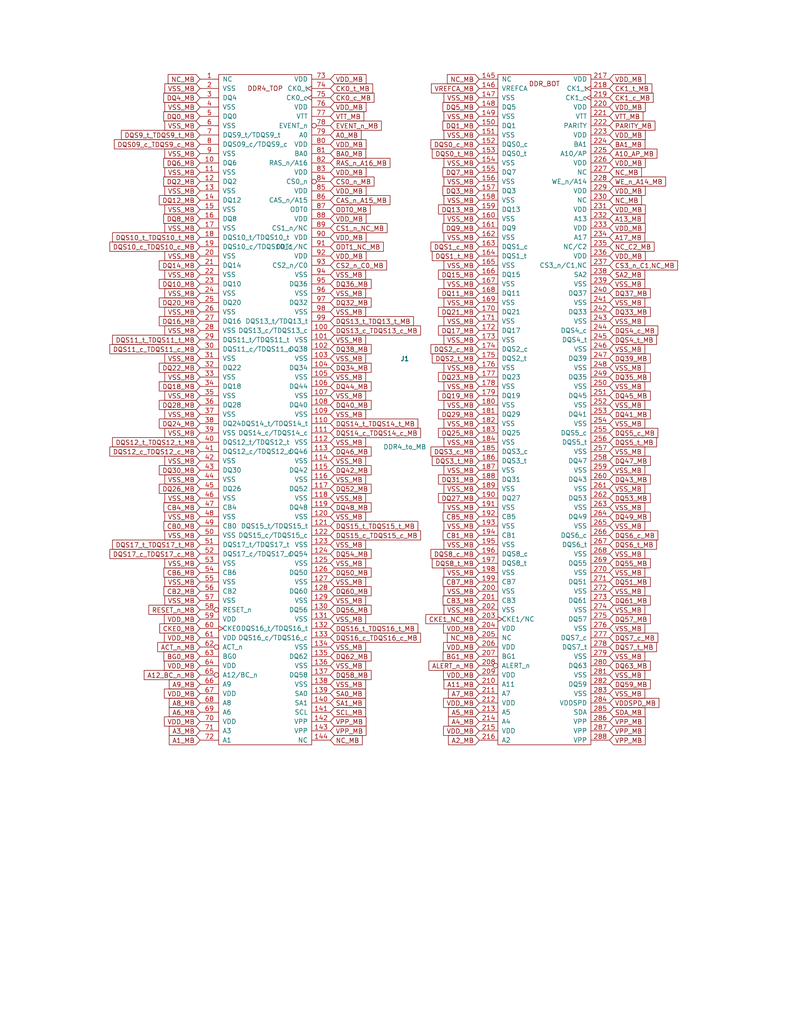
<source format=kicad_sch>
(kicad_sch (version 20230121) (generator eeschema)
  (paper "USLetter" portrait)
  (title_block (title "The 228 DDR signals of the connector on the Mother Board") (date "2019-11-01") (rev "1") (comment 1 "Autogenerated. See misc/check-ddr4.py"))
  (global_label "A10_AP_MB" (shape input) (at 166.37 41.91 0) (property "Intersheetrefs" "${INTERSHEET_REFS}" (effects hide)))
  (global_label "A8_MB" (shape input) (at 54.61 191.77 180) (property "Intersheetrefs" "${INTERSHEET_REFS}" (effects hide)))
  (global_label "DQS16_t_TDQS16_t_MB" (shape input) (at 90.17 171.45 0) (property "Intersheetrefs" "${INTERSHEET_REFS}" (effects hide)))
  (global_label "VPP_MB" (shape input) (at 90.17 196.85 0) (property "Intersheetrefs" "${INTERSHEET_REFS}" (effects hide)))
  (global_label "VSS_MB" (shape input) (at 130.81 92.71 180) (property "Intersheetrefs" "${INTERSHEET_REFS}" (effects hide)))
  (global_label "VSS_MB" (shape input) (at 166.37 100.33 0) (property "Intersheetrefs" "${INTERSHEET_REFS}" (effects hide)))
  (global_label "VSS_MB" (shape input) (at 90.17 176.53 0) (property "Intersheetrefs" "${INTERSHEET_REFS}" (effects hide)))
  (global_label "DQ10_MB" (shape input) (at 54.61 77.47 180) (property "Intersheetrefs" "${INTERSHEET_REFS}" (effects hide)))
  (global_label "VDD_MB" (shape input) (at 90.17 46.99 0) (property "Intersheetrefs" "${INTERSHEET_REFS}" (effects hide)))
  (global_label "CB6_MB" (shape input) (at 54.61 156.21 180) (property "Intersheetrefs" "${INTERSHEET_REFS}" (effects hide)))
  (global_label "VDD_MB" (shape input) (at 130.81 171.45 180) (property "Intersheetrefs" "${INTERSHEET_REFS}" (effects hide)))
  (global_label "VSS_MB" (shape input) (at 166.37 105.41 0) (property "Intersheetrefs" "${INTERSHEET_REFS}" (effects hide)))
  (global_label "DQS17_c_TDQS17_c_MB" (shape input) (at 54.61 151.13 180) (property "Intersheetrefs" "${INTERSHEET_REFS}" (effects hide)))
  (global_label "A2_MB" (shape input) (at 130.81 201.93 180) (property "Intersheetrefs" "${INTERSHEET_REFS}" (effects hide)))
  (global_label "VTT_MB" (shape input) (at 90.17 31.75 0) (property "Intersheetrefs" "${INTERSHEET_REFS}" (effects hide)))
  (global_label "DQS12_t_TDQS12_t_MB" (shape input) (at 54.61 120.65 180) (property "Intersheetrefs" "${INTERSHEET_REFS}" (effects hide)))
  (global_label "DQS13_c_TDQS13_c_MB" (shape input) (at 90.17 90.17 0) (property "Intersheetrefs" "${INTERSHEET_REFS}" (effects hide)))
  (global_label "A7_MB" (shape input) (at 130.81 189.23 180) (property "Intersheetrefs" "${INTERSHEET_REFS}" (effects hide)))
  (global_label "CK0_t_MB" (shape input) (at 90.17 24.13 0) (property "Intersheetrefs" "${INTERSHEET_REFS}" (effects hide)))
  (global_label "VSS_MB" (shape input) (at 54.61 74.93 180) (property "Intersheetrefs" "${INTERSHEET_REFS}" (effects hide)))
  (global_label "VSS_MB" (shape input) (at 166.37 151.13 0) (property "Intersheetrefs" "${INTERSHEET_REFS}" (effects hide)))
  (global_label "DQS09_c_TDQS9_c_MB" (shape input) (at 54.61 39.37 180) (property "Intersheetrefs" "${INTERSHEET_REFS}" (effects hide)))
  (global_label "CB3_MB" (shape input) (at 130.81 163.83 180) (property "Intersheetrefs" "${INTERSHEET_REFS}" (effects hide)))
  (global_label "VSS_MB" (shape input) (at 130.81 31.75 180) (property "Intersheetrefs" "${INTERSHEET_REFS}" (effects hide)))
  (global_label "NC_MB" (shape input) (at 166.37 46.99 0) (property "Intersheetrefs" "${INTERSHEET_REFS}" (effects hide)))
  (global_label "VSS_MB" (shape input) (at 130.81 105.41 180) (property "Intersheetrefs" "${INTERSHEET_REFS}" (effects hide)))
  (global_label "VSS_MB" (shape input) (at 130.81 143.51 180) (property "Intersheetrefs" "${INTERSHEET_REFS}" (effects hide)))
  (global_label "VSS_MB" (shape input) (at 90.17 135.89 0) (property "Intersheetrefs" "${INTERSHEET_REFS}" (effects hide)))
  (global_label "DQ29_MB" (shape input) (at 130.81 113.03 180) (property "Intersheetrefs" "${INTERSHEET_REFS}" (effects hide)))
  (global_label "VDD_MB" (shape input) (at 90.17 59.69 0) (property "Intersheetrefs" "${INTERSHEET_REFS}" (effects hide)))
  (global_label "A11_MB" (shape input) (at 130.81 186.69 180) (property "Intersheetrefs" "${INTERSHEET_REFS}" (effects hide)))
  (global_label "DQ0_MB" (shape input) (at 54.61 31.75 180) (property "Intersheetrefs" "${INTERSHEET_REFS}" (effects hide)))
  (global_label "DQ15_MB" (shape input) (at 130.81 74.93 180) (property "Intersheetrefs" "${INTERSHEET_REFS}" (effects hide)))
  (global_label "VDD_MB" (shape input) (at 90.17 21.59 0) (property "Intersheetrefs" "${INTERSHEET_REFS}" (effects hide)))
  (global_label "A17_MB" (shape input) (at 166.37 64.77 0) (property "Intersheetrefs" "${INTERSHEET_REFS}" (effects hide)))
  (global_label "VDD_MB" (shape input) (at 166.37 29.21 0) (property "Intersheetrefs" "${INTERSHEET_REFS}" (effects hide)))
  (global_label "DQ57_MB" (shape input) (at 166.37 168.91 0) (property "Intersheetrefs" "${INTERSHEET_REFS}" (effects hide)))
  (global_label "VSS_MB" (shape input) (at 130.81 133.35 180) (property "Intersheetrefs" "${INTERSHEET_REFS}" (effects hide)))
  (global_label "DQS15_c_TDQS15_c_MB" (shape input) (at 90.17 146.05 0) (property "Intersheetrefs" "${INTERSHEET_REFS}" (effects hide)))
  (global_label "CKE1_NC_MB" (shape input) (at 130.81 168.91 180) (property "Intersheetrefs" "${INTERSHEET_REFS}" (effects hide)))
  (global_label "VPP_MB" (shape input) (at 166.37 199.39 0) (property "Intersheetrefs" "${INTERSHEET_REFS}" (effects hide)))
  (global_label "VREFCA_MB" (shape input) (at 130.81 24.13 180) (property "Intersheetrefs" "${INTERSHEET_REFS}" (effects hide)))
  (global_label "DQS2_t_MB" (shape input) (at 130.81 97.79 180) (property "Intersheetrefs" "${INTERSHEET_REFS}" (effects hide)))
  (global_label "VDD_MB" (shape input) (at 54.61 189.23 180) (property "Intersheetrefs" "${INTERSHEET_REFS}" (effects hide)))
  (global_label "DQ21_MB" (shape input) (at 130.81 85.09 180) (property "Intersheetrefs" "${INTERSHEET_REFS}" (effects hide)))
  (global_label "VSS_MB" (shape input) (at 166.37 166.37 0) (property "Intersheetrefs" "${INTERSHEET_REFS}" (effects hide)))
  (global_label "VSS_MB" (shape input) (at 90.17 120.65 0) (property "Intersheetrefs" "${INTERSHEET_REFS}" (effects hide)))
  (global_label "SDA_MB" (shape input) (at 166.37 194.31 0) (property "Intersheetrefs" "${INTERSHEET_REFS}" (effects hide)))
  (global_label "VSS_MB" (shape input) (at 90.17 80.01 0) (property "Intersheetrefs" "${INTERSHEET_REFS}" (effects hide)))
  (global_label "DQ19_MB" (shape input) (at 130.81 107.95 180) (property "Intersheetrefs" "${INTERSHEET_REFS}" (effects hide)))
  (global_label "VSS_MB" (shape input) (at 54.61 118.11 180) (property "Intersheetrefs" "${INTERSHEET_REFS}" (effects hide)))
  (global_label "DQS6_c_MB" (shape input) (at 166.37 146.05 0) (property "Intersheetrefs" "${INTERSHEET_REFS}" (effects hide)))
  (global_label "VSS_MB" (shape input) (at 166.37 184.15 0) (property "Intersheetrefs" "${INTERSHEET_REFS}" (effects hide)))
  (global_label "VSS_MB" (shape input) (at 166.37 77.47 0) (property "Intersheetrefs" "${INTERSHEET_REFS}" (effects hide)))
  (global_label "VSS_MB" (shape input) (at 54.61 113.03 180) (property "Intersheetrefs" "${INTERSHEET_REFS}" (effects hide)))
  (global_label "DQ27_MB" (shape input) (at 130.81 135.89 180) (property "Intersheetrefs" "${INTERSHEET_REFS}" (effects hide)))
  (global_label "DQS14_c_TDQS14_c_MB" (shape input) (at 90.17 118.11 0) (property "Intersheetrefs" "${INTERSHEET_REFS}" (effects hide)))
  (global_label "VSS_MB" (shape input) (at 130.81 82.55 180) (property "Intersheetrefs" "${INTERSHEET_REFS}" (effects hide)))
  (global_label "VSS_MB" (shape input) (at 130.81 166.37 180) (property "Intersheetrefs" "${INTERSHEET_REFS}" (effects hide)))
  (global_label "DQS9_t_TDQS9_t_MB" (shape input) (at 54.61 36.83 180) (property "Intersheetrefs" "${INTERSHEET_REFS}" (effects hide)))
  (global_label "RESET_n_MB" (shape input) (at 54.61 166.37 180) (property "Intersheetrefs" "${INTERSHEET_REFS}" (effects hide)))
  (global_label "VDD_MB" (shape input) (at 90.17 64.77 0) (property "Intersheetrefs" "${INTERSHEET_REFS}" (effects hide)))
  (global_label "DQ16_MB" (shape input) (at 54.61 87.63 180) (property "Intersheetrefs" "${INTERSHEET_REFS}" (effects hide)))
  (global_label "ODT1_NC_MB" (shape input) (at 90.17 67.31 0) (property "Intersheetrefs" "${INTERSHEET_REFS}" (effects hide)))
  (global_label "VSS_MB" (shape input) (at 130.81 59.69 180) (property "Intersheetrefs" "${INTERSHEET_REFS}" (effects hide)))
  (global_label "DQ12_MB" (shape input) (at 54.61 54.61 180) (property "Intersheetrefs" "${INTERSHEET_REFS}" (effects hide)))
  (global_label "DQ22_MB" (shape input) (at 54.61 100.33 180) (property "Intersheetrefs" "${INTERSHEET_REFS}" (effects hide)))
  (global_label "DQ14_MB" (shape input) (at 54.61 72.39 180) (property "Intersheetrefs" "${INTERSHEET_REFS}" (effects hide)))
  (global_label "DQ61_MB" (shape input) (at 166.37 163.83 0) (property "Intersheetrefs" "${INTERSHEET_REFS}" (effects hide)))
  (global_label "VSS_MB" (shape input) (at 90.17 148.59 0) (property "Intersheetrefs" "${INTERSHEET_REFS}" (effects hide)))
  (global_label "VSS_MB" (shape input) (at 54.61 107.95 180) (property "Intersheetrefs" "${INTERSHEET_REFS}" (effects hide)))
  (global_label "VSS_MB" (shape input) (at 54.61 41.91 180) (property "Intersheetrefs" "${INTERSHEET_REFS}" (effects hide)))
  (global_label "VDD_MB" (shape input) (at 130.81 199.39 180) (property "Intersheetrefs" "${INTERSHEET_REFS}" (effects hide)))
  (global_label "VSS_MB" (shape input) (at 90.17 85.09 0) (property "Intersheetrefs" "${INTERSHEET_REFS}" (effects hide)))
  (global_label "VPP_MB" (shape input) (at 166.37 201.93 0) (property "Intersheetrefs" "${INTERSHEET_REFS}" (effects hide)))
  (global_label "VDD_MB" (shape input) (at 54.61 173.99 180) (property "Intersheetrefs" "${INTERSHEET_REFS}" (effects hide)))
  (global_label "VDD_MB" (shape input) (at 166.37 44.45 0) (property "Intersheetrefs" "${INTERSHEET_REFS}" (effects hide)))
  (global_label "DQ28_MB" (shape input) (at 54.61 110.49 180) (property "Intersheetrefs" "${INTERSHEET_REFS}" (effects hide)))
  (global_label "VSS_MB" (shape input) (at 90.17 153.67 0) (property "Intersheetrefs" "${INTERSHEET_REFS}" (effects hide)))
  (global_label "CAS_n_A15_MB" (shape input) (at 90.17 54.61 0) (property "Intersheetrefs" "${INTERSHEET_REFS}" (effects hide)))
  (global_label "VSS_MB" (shape input) (at 166.37 133.35 0) (property "Intersheetrefs" "${INTERSHEET_REFS}" (effects hide)))
  (global_label "VSS_MB" (shape input) (at 54.61 140.97 180) (property "Intersheetrefs" "${INTERSHEET_REFS}" (effects hide)))
  (global_label "VDD_MB" (shape input) (at 166.37 52.07 0) (property "Intersheetrefs" "${INTERSHEET_REFS}" (effects hide)))
  (global_label "DQS2_c_MB" (shape input) (at 130.81 95.25 180) (property "Intersheetrefs" "${INTERSHEET_REFS}" (effects hide)))
  (global_label "DQS17_t_TDQS17_t_MB" (shape input) (at 54.61 148.59 180) (property "Intersheetrefs" "${INTERSHEET_REFS}" (effects hide)))
  (global_label "A1_MB" (shape input) (at 54.61 201.93 180) (property "Intersheetrefs" "${INTERSHEET_REFS}" (effects hide)))
  (global_label "VSS_MB" (shape input) (at 166.37 171.45 0) (property "Intersheetrefs" "${INTERSHEET_REFS}" (effects hide)))
  (global_label "VSS_MB" (shape input) (at 90.17 107.95 0) (property "Intersheetrefs" "${INTERSHEET_REFS}" (effects hide)))
  (global_label "VSS_MB" (shape input) (at 166.37 161.29 0) (property "Intersheetrefs" "${INTERSHEET_REFS}" (effects hide)))
  (global_label "NC_MB" (shape input) (at 130.81 21.59 180) (property "Intersheetrefs" "${INTERSHEET_REFS}" (effects hide)))
  (global_label "DQ24_MB" (shape input) (at 54.61 115.57 180) (property "Intersheetrefs" "${INTERSHEET_REFS}" (effects hide)))
  (global_label "VSS_MB" (shape input) (at 90.17 130.81 0) (property "Intersheetrefs" "${INTERSHEET_REFS}" (effects hide)))
  (global_label "VSS_MB" (shape input) (at 166.37 123.19 0) (property "Intersheetrefs" "${INTERSHEET_REFS}" (effects hide)))
  (global_label "VSS_MB" (shape input) (at 130.81 87.63 180) (property "Intersheetrefs" "${INTERSHEET_REFS}" (effects hide)))
  (global_label "VSS_MB" (shape input) (at 54.61 97.79 180) (property "Intersheetrefs" "${INTERSHEET_REFS}" (effects hide)))
  (global_label "VSS_MB" (shape input) (at 166.37 143.51 0) (property "Intersheetrefs" "${INTERSHEET_REFS}" (effects hide)))
  (global_label "VSS_MB" (shape input) (at 54.61 153.67 180) (property "Intersheetrefs" "${INTERSHEET_REFS}" (effects hide)))
  (global_label "DQS8_c_MB" (shape input) (at 130.81 151.13 180) (property "Intersheetrefs" "${INTERSHEET_REFS}" (effects hide)))
  (global_label "DQ54_MB" (shape input) (at 90.17 151.13 0) (property "Intersheetrefs" "${INTERSHEET_REFS}" (effects hide)))
  (global_label "DQ47_MB" (shape input) (at 166.37 125.73 0) (property "Intersheetrefs" "${INTERSHEET_REFS}" (effects hide)))
  (global_label "VDD_MB" (shape input) (at 54.61 196.85 180) (property "Intersheetrefs" "${INTERSHEET_REFS}" (effects hide)))
  (global_label "VSS_MB" (shape input) (at 90.17 92.71 0) (property "Intersheetrefs" "${INTERSHEET_REFS}" (effects hide)))
  (global_label "VSS_MB" (shape input) (at 90.17 125.73 0) (property "Intersheetrefs" "${INTERSHEET_REFS}" (effects hide)))
  (global_label "DQ32_MB" (shape input) (at 90.17 82.55 0) (property "Intersheetrefs" "${INTERSHEET_REFS}" (effects hide)))
  (global_label "A13_MB" (shape input) (at 166.37 59.69 0) (property "Intersheetrefs" "${INTERSHEET_REFS}" (effects hide)))
  (global_label "VSS_MB" (shape input) (at 54.61 34.29 180) (property "Intersheetrefs" "${INTERSHEET_REFS}" (effects hide)))
  (global_label "DQ31_MB" (shape input) (at 130.81 130.81 180) (property "Intersheetrefs" "${INTERSHEET_REFS}" (effects hide)))
  (global_label "VSS_MB" (shape input) (at 130.81 26.67 180) (property "Intersheetrefs" "${INTERSHEET_REFS}" (effects hide)))
  (global_label "VSS_MB" (shape input) (at 166.37 189.23 0) (property "Intersheetrefs" "${INTERSHEET_REFS}" (effects hide)))
  (global_label "NC_MB" (shape input) (at 130.81 173.99 180) (property "Intersheetrefs" "${INTERSHEET_REFS}" (effects hide)))
  (global_label "DQS3_c_MB" (shape input) (at 130.81 123.19 180) (property "Intersheetrefs" "${INTERSHEET_REFS}" (effects hide)))
  (global_label "DQ45_MB" (shape input) (at 166.37 107.95 0) (property "Intersheetrefs" "${INTERSHEET_REFS}" (effects hide)))
  (global_label "DQS4_t_MB" (shape input) (at 166.37 92.71 0) (property "Intersheetrefs" "${INTERSHEET_REFS}" (effects hide)))
  (global_label "DQ46_MB" (shape input) (at 90.17 123.19 0) (property "Intersheetrefs" "${INTERSHEET_REFS}" (effects hide)))
  (global_label "VSS_MB" (shape input) (at 54.61 57.15 180) (property "Intersheetrefs" "${INTERSHEET_REFS}" (effects hide)))
  (global_label "PARITY_MB" (shape input) (at 166.37 34.29 0) (property "Intersheetrefs" "${INTERSHEET_REFS}" (effects hide)))
  (global_label "DQ48_MB" (shape input) (at 90.17 138.43 0) (property "Intersheetrefs" "${INTERSHEET_REFS}" (effects hide)))
  (global_label "DQ2_MB" (shape input) (at 54.61 49.53 180) (property "Intersheetrefs" "${INTERSHEET_REFS}" (effects hide)))
  (global_label "DQ41_MB" (shape input) (at 166.37 113.03 0) (property "Intersheetrefs" "${INTERSHEET_REFS}" (effects hide)))
  (global_label "VDD_MB" (shape input) (at 54.61 181.61 180) (property "Intersheetrefs" "${INTERSHEET_REFS}" (effects hide)))
  (global_label "DQ50_MB" (shape input) (at 90.17 156.21 0) (property "Intersheetrefs" "${INTERSHEET_REFS}" (effects hide)))
  (global_label "BG1_MB" (shape input) (at 130.81 179.07 180) (property "Intersheetrefs" "${INTERSHEET_REFS}" (effects hide)))
  (global_label "VSS_MB" (shape input) (at 90.17 113.03 0) (property "Intersheetrefs" "${INTERSHEET_REFS}" (effects hide)))
  (global_label "CB2_MB" (shape input) (at 54.61 161.29 180) (property "Intersheetrefs" "${INTERSHEET_REFS}" (effects hide)))
  (global_label "A5_MB" (shape input) (at 130.81 194.31 180) (property "Intersheetrefs" "${INTERSHEET_REFS}" (effects hide)))
  (global_label "DQ13_MB" (shape input) (at 130.81 57.15 180) (property "Intersheetrefs" "${INTERSHEET_REFS}" (effects hide)))
  (global_label "DQ55_MB" (shape input) (at 166.37 153.67 0) (property "Intersheetrefs" "${INTERSHEET_REFS}" (effects hide)))
  (global_label "VSS_MB" (shape input) (at 130.81 128.27 180) (property "Intersheetrefs" "${INTERSHEET_REFS}" (effects hide)))
  (global_label "VDD_MB" (shape input) (at 130.81 191.77 180) (property "Intersheetrefs" "${INTERSHEET_REFS}" (effects hide)))
  (global_label "VSS_MB" (shape input) (at 90.17 74.93 0) (property "Intersheetrefs" "${INTERSHEET_REFS}" (effects hide)))
  (global_label "VSS_MB" (shape input) (at 166.37 115.57 0) (property "Intersheetrefs" "${INTERSHEET_REFS}" (effects hide)))
  (global_label "VSS_MB" (shape input) (at 54.61 52.07 180) (property "Intersheetrefs" "${INTERSHEET_REFS}" (effects hide)))
  (global_label "VSS_MB" (shape input) (at 130.81 100.33 180) (property "Intersheetrefs" "${INTERSHEET_REFS}" (effects hide)))
  (global_label "DQ7_MB" (shape input) (at 130.81 46.99 180) (property "Intersheetrefs" "${INTERSHEET_REFS}" (effects hide)))
  (global_label "VSS_MB" (shape input) (at 166.37 138.43 0) (property "Intersheetrefs" "${INTERSHEET_REFS}" (effects hide)))
  (global_label "DQ36_MB" (shape input) (at 90.17 77.47 0) (property "Intersheetrefs" "${INTERSHEET_REFS}" (effects hide)))
  (global_label "DQ23_MB" (shape input) (at 130.81 102.87 180) (property "Intersheetrefs" "${INTERSHEET_REFS}" (effects hide)))
  (global_label "BG0_MB" (shape input) (at 54.61 179.07 180) (property "Intersheetrefs" "${INTERSHEET_REFS}" (effects hide)))
  (global_label "VSS_MB" (shape input) (at 54.61 80.01 180) (property "Intersheetrefs" "${INTERSHEET_REFS}" (effects hide)))
  (global_label "CB1_MB" (shape input) (at 130.81 146.05 180) (property "Intersheetrefs" "${INTERSHEET_REFS}" (effects hide)))
  (global_label "VDD_MB" (shape input) (at 90.17 69.85 0) (property "Intersheetrefs" "${INTERSHEET_REFS}" (effects hide)))
  (global_label "DQS10_t_TDQS10_t_MB" (shape input) (at 54.61 64.77 180) (property "Intersheetrefs" "${INTERSHEET_REFS}" (effects hide)))
  (global_label "DQS13_t_TDQ13_t_MB" (shape input) (at 90.17 87.63 0) (property "Intersheetrefs" "${INTERSHEET_REFS}" (effects hide)))
  (global_label "DQS15_t_TDQS15_t_MB" (shape input) (at 90.17 143.51 0) (property "Intersheetrefs" "${INTERSHEET_REFS}" (effects hide)))
  (global_label "SA2_MB" (shape input) (at 166.37 74.93 0) (property "Intersheetrefs" "${INTERSHEET_REFS}" (effects hide)))
  (global_label "DQS7_c_MB" (shape input) (at 166.37 173.99 0) (property "Intersheetrefs" "${INTERSHEET_REFS}" (effects hide)))
  (global_label "VSS_MB" (shape input) (at 90.17 181.61 0) (property "Intersheetrefs" "${INTERSHEET_REFS}" (effects hide)))
  (global_label "BA1_MB" (shape input) (at 166.37 39.37 0) (property "Intersheetrefs" "${INTERSHEET_REFS}" (effects hide)))
  (global_label "VSS_MB" (shape input) (at 130.81 120.65 180) (property "Intersheetrefs" "${INTERSHEET_REFS}" (effects hide)))
  (global_label "DQ49_MB" (shape input) (at 166.37 140.97 0) (property "Intersheetrefs" "${INTERSHEET_REFS}" (effects hide)))
  (global_label "VDD_MB" (shape input) (at 166.37 36.83 0) (property "Intersheetrefs" "${INTERSHEET_REFS}" (effects hide)))
  (global_label "CB5_MB" (shape input) (at 130.81 140.97 180) (property "Intersheetrefs" "${INTERSHEET_REFS}" (effects hide)))
  (global_label "VSS_MB" (shape input) (at 54.61 163.83 180) (property "Intersheetrefs" "${INTERSHEET_REFS}" (effects hide)))
  (global_label "DQ5_MB" (shape input) (at 130.81 29.21 180) (property "Intersheetrefs" "${INTERSHEET_REFS}" (effects hide)))
  (global_label "VDD_MB" (shape input) (at 130.81 176.53 180) (property "Intersheetrefs" "${INTERSHEET_REFS}" (effects hide)))
  (global_label "VDD_MB" (shape input) (at 166.37 57.15 0) (property "Intersheetrefs" "${INTERSHEET_REFS}" (effects hide)))
  (global_label "VSS_MB" (shape input) (at 54.61 62.23 180) (property "Intersheetrefs" "${INTERSHEET_REFS}" (effects hide)))
  (global_label "CS2_n_C0_MB" (shape input) (at 90.17 72.39 0) (property "Intersheetrefs" "${INTERSHEET_REFS}" (effects hide)))
  (global_label "CK1_c_MB" (shape input) (at 166.37 26.67 0) (property "Intersheetrefs" "${INTERSHEET_REFS}" (effects hide)))
  (global_label "VSS_MB" (shape input) (at 130.81 36.83 180) (property "Intersheetrefs" "${INTERSHEET_REFS}" (effects hide)))
  (global_label "CB0_MB" (shape input) (at 54.61 143.51 180) (property "Intersheetrefs" "${INTERSHEET_REFS}" (effects hide)))
  (global_label "VSS_MB" (shape input) (at 54.61 29.21 180) (property "Intersheetrefs" "${INTERSHEET_REFS}" (effects hide)))
  (global_label "DQ26_MB" (shape input) (at 54.61 133.35 180) (property "Intersheetrefs" "${INTERSHEET_REFS}" (effects hide)))
  (global_label "SA1_MB" (shape input) (at 90.17 191.77 0) (property "Intersheetrefs" "${INTERSHEET_REFS}" (effects hide)))
  (global_label "NC_MB" (shape input) (at 54.61 21.59 180) (property "Intersheetrefs" "${INTERSHEET_REFS}" (effects hide)))
  (global_label "DQ17_MB" (shape input) (at 130.81 90.17 180) (property "Intersheetrefs" "${INTERSHEET_REFS}" (effects hide)))
  (global_label "DQ6_MB" (shape input) (at 54.61 44.45 180) (property "Intersheetrefs" "${INTERSHEET_REFS}" (effects hide)))
  (global_label "DQ52_MB" (shape input) (at 90.17 133.35 0) (property "Intersheetrefs" "${INTERSHEET_REFS}" (effects hide)))
  (global_label "DQ9_MB" (shape input) (at 130.81 62.23 180) (property "Intersheetrefs" "${INTERSHEET_REFS}" (effects hide)))
  (global_label "WE_n_A14_MB" (shape input) (at 166.37 49.53 0) (property "Intersheetrefs" "${INTERSHEET_REFS}" (effects hide)))
  (global_label "CS3_n_C1,NC_MB" (shape input) (at 166.37 72.39 0) (property "Intersheetrefs" "${INTERSHEET_REFS}" (effects hide)))
  (global_label "DQ8_MB" (shape input) (at 54.61 59.69 180) (property "Intersheetrefs" "${INTERSHEET_REFS}" (effects hide)))
  (global_label "DQ34_MB" (shape input) (at 90.17 100.33 0) (property "Intersheetrefs" "${INTERSHEET_REFS}" (effects hide)))
  (global_label "ACT_n_MB" (shape input) (at 54.61 176.53 180) (property "Intersheetrefs" "${INTERSHEET_REFS}" (effects hide)))
  (global_label "VSS_MB" (shape input) (at 166.37 110.49 0) (property "Intersheetrefs" "${INTERSHEET_REFS}" (effects hide)))
  (global_label "DQ38_MB" (shape input) (at 90.17 95.25 0) (property "Intersheetrefs" "${INTERSHEET_REFS}" (effects hide)))
  (global_label "DQS4_c_MB" (shape input) (at 166.37 90.17 0) (property "Intersheetrefs" "${INTERSHEET_REFS}" (effects hide)))
  (global_label "DQ33_MB" (shape input) (at 166.37 85.09 0) (property "Intersheetrefs" "${INTERSHEET_REFS}" (effects hide)))
  (global_label "DQ59_MB" (shape input) (at 166.37 186.69 0) (property "Intersheetrefs" "${INTERSHEET_REFS}" (effects hide)))
  (global_label "SCL_MB" (shape input) (at 90.17 194.31 0) (property "Intersheetrefs" "${INTERSHEET_REFS}" (effects hide)))
  (global_label "DQ11_MB" (shape input) (at 130.81 80.01 180) (property "Intersheetrefs" "${INTERSHEET_REFS}" (effects hide)))
  (global_label "VSS_MB" (shape input) (at 130.81 64.77 180) (property "Intersheetrefs" "${INTERSHEET_REFS}" (effects hide)))
  (global_label "DQ3_MB" (shape input) (at 130.81 52.07 180) (property "Intersheetrefs" "${INTERSHEET_REFS}" (effects hide)))
  (global_label "VSS_MB" (shape input) (at 130.81 44.45 180) (property "Intersheetrefs" "${INTERSHEET_REFS}" (effects hide)))
  (global_label "VDD_MB" (shape input) (at 54.61 168.91 180) (property "Intersheetrefs" "${INTERSHEET_REFS}" (effects hide)))
  (global_label "VSS_MB" (shape input) (at 54.61 85.09 180) (property "Intersheetrefs" "${INTERSHEET_REFS}" (effects hide)))
  (global_label "CK1_t_MB" (shape input) (at 166.37 24.13 0) (property "Intersheetrefs" "${INTERSHEET_REFS}" (effects hide)))
  (global_label "A3_MB" (shape input) (at 54.61 199.39 180) (property "Intersheetrefs" "${INTERSHEET_REFS}" (effects hide)))
  (global_label "DQ4_MB" (shape input) (at 54.61 26.67 180) (property "Intersheetrefs" "${INTERSHEET_REFS}" (effects hide)))
  (global_label "VSS_MB" (shape input) (at 166.37 82.55 0) (property "Intersheetrefs" "${INTERSHEET_REFS}" (effects hide)))
  (global_label "A6_MB" (shape input) (at 54.61 194.31 180) (property "Intersheetrefs" "${INTERSHEET_REFS}" (effects hide)))
  (global_label "DQ25_MB" (shape input) (at 130.81 118.11 180) (property "Intersheetrefs" "${INTERSHEET_REFS}" (effects hide)))
  (global_label "VSS_MB" (shape input) (at 130.81 54.61 180) (property "Intersheetrefs" "${INTERSHEET_REFS}" (effects hide)))
  (global_label "VSS_MB" (shape input) (at 130.81 49.53 180) (property "Intersheetrefs" "${INTERSHEET_REFS}" (effects hide)))
  (global_label "CKE0_MB" (shape input) (at 54.61 171.45 180) (property "Intersheetrefs" "${INTERSHEET_REFS}" (effects hide)))
  (global_label "VSS_MB" (shape input) (at 90.17 102.87 0) (property "Intersheetrefs" "${INTERSHEET_REFS}" (effects hide)))
  (global_label "DQS7_t_MB" (shape input) (at 166.37 176.53 0) (property "Intersheetrefs" "${INTERSHEET_REFS}" (effects hide)))
  (global_label "CK0_c_MB" (shape input) (at 90.17 26.67 0) (property "Intersheetrefs" "${INTERSHEET_REFS}" (effects hide)))
  (global_label "SA0_MB" (shape input) (at 90.17 189.23 0) (property "Intersheetrefs" "${INTERSHEET_REFS}" (effects hide)))
  (global_label "DQ53_MB" (shape input) (at 166.37 135.89 0) (property "Intersheetrefs" "${INTERSHEET_REFS}" (effects hide)))
  (global_label "DQ43_MB" (shape input) (at 166.37 130.81 0) (property "Intersheetrefs" "${INTERSHEET_REFS}" (effects hide)))
  (global_label "DQS5_t_MB" (shape input) (at 166.37 120.65 0) (property "Intersheetrefs" "${INTERSHEET_REFS}" (effects hide)))
  (global_label "RAS_n_A16_MB" (shape input) (at 90.17 44.45 0) (property "Intersheetrefs" "${INTERSHEET_REFS}" (effects hide)))
  (global_label "DQS10_c_TDQS10_c_MB" (shape input) (at 54.61 67.31 180) (property "Intersheetrefs" "${INTERSHEET_REFS}" (effects hide)))
  (global_label "VPP_MB" (shape input) (at 166.37 196.85 0) (property "Intersheetrefs" "${INTERSHEET_REFS}" (effects hide)))
  (global_label "DQS1_c_MB" (shape input) (at 130.81 67.31 180) (property "Intersheetrefs" "${INTERSHEET_REFS}" (effects hide)))
  (global_label "CS0_n_MB" (shape input) (at 90.17 49.53 0) (property "Intersheetrefs" "${INTERSHEET_REFS}" (effects hide)))
  (global_label "DQS11_c_TDQS11_c_MB" (shape input) (at 54.61 95.25 180) (property "Intersheetrefs" "${INTERSHEET_REFS}" (effects hide)))
  (global_label "DQ1_MB" (shape input) (at 130.81 34.29 180) (property "Intersheetrefs" "${INTERSHEET_REFS}" (effects hide)))
  (global_label "VSS_MB" (shape input) (at 90.17 140.97 0) (property "Intersheetrefs" "${INTERSHEET_REFS}" (effects hide)))
  (global_label "VSS_MB" (shape input) (at 166.37 179.07 0) (property "Intersheetrefs" "${INTERSHEET_REFS}" (effects hide)))
  (global_label "VSS_MB" (shape input) (at 90.17 158.75 0) (property "Intersheetrefs" "${INTERSHEET_REFS}" (effects hide)))
  (global_label "DQ58_MB" (shape input) (at 90.17 184.15 0) (property "Intersheetrefs" "${INTERSHEET_REFS}" (effects hide)))
  (global_label "VSS_MB" (shape input) (at 166.37 87.63 0) (property "Intersheetrefs" "${INTERSHEET_REFS}" (effects hide)))
  (global_label "BA0_MB" (shape input) (at 90.17 41.91 0) (property "Intersheetrefs" "${INTERSHEET_REFS}" (effects hide)))
  (global_label "VSS_MB" (shape input) (at 130.81 138.43 180) (property "Intersheetrefs" "${INTERSHEET_REFS}" (effects hide)))
  (global_label "VSS_MB" (shape input) (at 130.81 77.47 180) (property "Intersheetrefs" "${INTERSHEET_REFS}" (effects hide)))
  (global_label "CB7_MB" (shape input) (at 130.81 158.75 180) (property "Intersheetrefs" "${INTERSHEET_REFS}" (effects hide)))
  (global_label "DQ63_MB" (shape input) (at 166.37 181.61 0) (property "Intersheetrefs" "${INTERSHEET_REFS}" (effects hide)))
  (global_label "DQ42_MB" (shape input) (at 90.17 128.27 0) (property "Intersheetrefs" "${INTERSHEET_REFS}" (effects hide)))
  (global_label "DQS1_t_MB" (shape input) (at 130.81 69.85 180) (property "Intersheetrefs" "${INTERSHEET_REFS}" (effects hide)))
  (global_label "DQ51_MB" (shape input) (at 166.37 158.75 0) (property "Intersheetrefs" "${INTERSHEET_REFS}" (effects hide)))
  (global_label "DQ37_MB" (shape input) (at 166.37 80.01 0) (property "Intersheetrefs" "${INTERSHEET_REFS}" (effects hide)))
  (global_label "NC_MB" (shape input) (at 90.17 201.93 0) (property "Intersheetrefs" "${INTERSHEET_REFS}" (effects hide)))
  (global_label "VSS_MB" (shape input) (at 54.61 130.81 180) (property "Intersheetrefs" "${INTERSHEET_REFS}" (effects hide)))
  (global_label "VDD_MB" (shape input) (at 130.81 184.15 180) (property "Intersheetrefs" "${INTERSHEET_REFS}" (effects hide)))
  (global_label "DQS12_c_TDQS12_c_MB" (shape input) (at 54.61 123.19 180) (property "Intersheetrefs" "${INTERSHEET_REFS}" (effects hide)))
  (global_label "VSS_MB" (shape input) (at 90.17 163.83 0) (property "Intersheetrefs" "${INTERSHEET_REFS}" (effects hide)))
  (global_label "A0_MB" (shape input) (at 90.17 36.83 0) (property "Intersheetrefs" "${INTERSHEET_REFS}" (effects hide)))
  (global_label "VSS_MB" (shape input) (at 54.61 158.75 180) (property "Intersheetrefs" "${INTERSHEET_REFS}" (effects hide)))
  (global_label "VSS_MB" (shape input) (at 54.61 69.85 180) (property "Intersheetrefs" "${INTERSHEET_REFS}" (effects hide)))
  (global_label "VPP_MB" (shape input) (at 90.17 199.39 0) (property "Intersheetrefs" "${INTERSHEET_REFS}" (effects hide)))
  (global_label "VSS_MB" (shape input) (at 90.17 186.69 0) (property "Intersheetrefs" "${INTERSHEET_REFS}" (effects hide)))
  (global_label "VSS_MB" (shape input) (at 90.17 97.79 0) (property "Intersheetrefs" "${INTERSHEET_REFS}" (effects hide)))
  (global_label "VSS_MB" (shape input) (at 54.61 24.13 180) (property "Intersheetrefs" "${INTERSHEET_REFS}" (effects hide)))
  (global_label "VDD_MB" (shape input) (at 90.17 29.21 0) (property "Intersheetrefs" "${INTERSHEET_REFS}" (effects hide)))
  (global_label "VSS_MB" (shape input) (at 54.61 102.87 180) (property "Intersheetrefs" "${INTERSHEET_REFS}" (effects hide)))
  (global_label "DQ35_MB" (shape input) (at 166.37 102.87 0) (property "Intersheetrefs" "${INTERSHEET_REFS}" (effects hide)))
  (global_label "CS1_n_NC_MB" (shape input) (at 90.17 62.23 0) (property "Intersheetrefs" "${INTERSHEET_REFS}" (effects hide)))
  (global_label "DQ56_MB" (shape input) (at 90.17 166.37 0) (property "Intersheetrefs" "${INTERSHEET_REFS}" (effects hide)))
  (global_label "VSS_MB" (shape input) (at 166.37 95.25 0) (property "Intersheetrefs" "${INTERSHEET_REFS}" (effects hide)))
  (global_label "VSS_MB" (shape input) (at 130.81 148.59 180) (property "Intersheetrefs" "${INTERSHEET_REFS}" (effects hide)))
  (global_label "VSS_MB" (shape input) (at 130.81 72.39 180) (property "Intersheetrefs" "${INTERSHEET_REFS}" (effects hide)))
  (global_label "DQ30_MB" (shape input) (at 54.61 128.27 180) (property "Intersheetrefs" "${INTERSHEET_REFS}" (effects hide)))
  (global_label "VSS_MB" (shape input) (at 166.37 156.21 0) (property "Intersheetrefs" "${INTERSHEET_REFS}" (effects hide)))
  (global_label "VSS_MB" (shape input) (at 166.37 128.27 0) (property "Intersheetrefs" "${INTERSHEET_REFS}" (effects hide)))
  (global_label "VTT_MB" (shape input) (at 166.37 31.75 0) (property "Intersheetrefs" "${INTERSHEET_REFS}" (effects hide)))
  (global_label "EVENT_n_MB" (shape input) (at 90.17 34.29 0) (property "Intersheetrefs" "${INTERSHEET_REFS}" (effects hide)))
  (global_label "VDD_MB" (shape input) (at 90.17 52.07 0) (property "Intersheetrefs" "${INTERSHEET_REFS}" (effects hide)))
  (global_label "DQS3_t_MB" (shape input) (at 130.81 125.73 180) (property "Intersheetrefs" "${INTERSHEET_REFS}" (effects hide)))
  (global_label "DQS8_t_MB" (shape input) (at 130.81 153.67 180) (property "Intersheetrefs" "${INTERSHEET_REFS}" (effects hide)))
  (global_label "ALERT_n_MB" (shape input) (at 130.81 181.61 180) (property "Intersheetrefs" "${INTERSHEET_REFS}" (effects hide)))
  (global_label "VDDSPD_MB" (shape input) (at 166.37 191.77 0) (property "Intersheetrefs" "${INTERSHEET_REFS}" (effects hide)))
  (global_label "VSS_MB" (shape input) (at 54.61 146.05 180) (property "Intersheetrefs" "${INTERSHEET_REFS}" (effects hide)))
  (global_label "DQ60_MB" (shape input) (at 90.17 161.29 0) (property "Intersheetrefs" "${INTERSHEET_REFS}" (effects hide)))
  (global_label "VDD_MB" (shape input) (at 166.37 69.85 0) (property "Intersheetrefs" "${INTERSHEET_REFS}" (effects hide)))
  (global_label "DQS0_c_MB" (shape input) (at 130.81 39.37 180) (property "Intersheetrefs" "${INTERSHEET_REFS}" (effects hide)))
  (global_label "VSS_MB" (shape input) (at 54.61 46.99 180) (property "Intersheetrefs" "${INTERSHEET_REFS}" (effects hide)))
  (global_label "VDD_MB" (shape input) (at 166.37 21.59 0) (property "Intersheetrefs" "${INTERSHEET_REFS}" (effects hide)))
  (global_label "DQ40_MB" (shape input) (at 90.17 110.49 0) (property "Intersheetrefs" "${INTERSHEET_REFS}" (effects hide)))
  (global_label "A4_MB" (shape input) (at 130.81 196.85 180) (property "Intersheetrefs" "${INTERSHEET_REFS}" (effects hide)))
  (global_label "VSS_MB" (shape input) (at 130.81 161.29 180) (property "Intersheetrefs" "${INTERSHEET_REFS}" (effects hide)))
  (global_label "VSS_MB" (shape input) (at 54.61 90.17 180) (property "Intersheetrefs" "${INTERSHEET_REFS}" (effects hide)))
  (global_label "A12_BC_n_MB" (shape input) (at 54.61 184.15 180) (property "Intersheetrefs" "${INTERSHEET_REFS}" (effects hide)))
  (global_label "VSS_MB" (shape input) (at 130.81 115.57 180) (property "Intersheetrefs" "${INTERSHEET_REFS}" (effects hide)))
  (global_label "DQS6_t_MB" (shape input) (at 166.37 148.59 0) (property "Intersheetrefs" "${INTERSHEET_REFS}" (effects hide)))
  (global_label "DQ39_MB" (shape input) (at 166.37 97.79 0) (property "Intersheetrefs" "${INTERSHEET_REFS}" (effects hide)))
  (global_label "DQ62_MB" (shape input) (at 90.17 179.07 0) (property "Intersheetrefs" "${INTERSHEET_REFS}" (effects hide)))
  (global_label "VSS_MB" (shape input) (at 54.61 135.89 180) (property "Intersheetrefs" "${INTERSHEET_REFS}" (effects hide)))
  (global_label "VSS_MB" (shape input) (at 54.61 125.73 180) (property "Intersheetrefs" "${INTERSHEET_REFS}" (effects hide)))
  (global_label "DQS14_t_TDQS14_t_MB" (shape input) (at 90.17 115.57 0) (property "Intersheetrefs" "${INTERSHEET_REFS}" (effects hide)))
  (global_label "VDD_MB" (shape input) (at 166.37 62.23 0) (property "Intersheetrefs" "${INTERSHEET_REFS}" (effects hide)))
  (global_label "DQS0_t_MB" (shape input) (at 130.81 41.91 180) (property "Intersheetrefs" "${INTERSHEET_REFS}" (effects hide)))
  (global_label "A9_MB" (shape input) (at 54.61 186.69 180) (property "Intersheetrefs" "${INTERSHEET_REFS}" (effects hide)))
  (global_label "VSS_MB" (shape input) (at 130.81 156.21 180) (property "Intersheetrefs" "${INTERSHEET_REFS}" (effects hide)))
  (global_label "DQS5_c_MB" (shape input) (at 166.37 118.11 0) (property "Intersheetrefs" "${INTERSHEET_REFS}" (effects hide)))
  (global_label "DQS11_t_TDQS11_t_MB" (shape input) (at 54.61 92.71 180) (property "Intersheetrefs" "${INTERSHEET_REFS}" (effects hide)))
  (global_label "DQS16_c_TDQS16_c_MB" (shape input) (at 90.17 173.99 0) (property "Intersheetrefs" "${INTERSHEET_REFS}" (effects hide)))
  (global_label "NC_MB" (shape input) (at 166.37 54.61 0) (property "Intersheetrefs" "${INTERSHEET_REFS}" (effects hide)))
  (global_label "DQ20_MB" (shape input) (at 54.61 82.55 180) (property "Intersheetrefs" "${INTERSHEET_REFS}" (effects hide)))
  (global_label "CB4_MB" (shape input) (at 54.61 138.43 180) (property "Intersheetrefs" "${INTERSHEET_REFS}" (effects hide)))
  (global_label "DQ18_MB" (shape input) (at 54.61 105.41 180) (property "Intersheetrefs" "${INTERSHEET_REFS}" (effects hide)))
  (global_label "NC_C2_MB" (shape input) (at 166.37 67.31 0) (property "Intersheetrefs" "${INTERSHEET_REFS}" (effects hide)))
  (global_label "VSS_MB" (shape input) (at 90.17 168.91 0) (property "Intersheetrefs" "${INTERSHEET_REFS}" (effects hide)))
  (global_label "DQ44_MB" (shape input) (at 90.17 105.41 0) (property "Intersheetrefs" "${INTERSHEET_REFS}" (effects hide)))
  (global_label "VDD_MB" (shape input) (at 90.17 39.37 0) (property "Intersheetrefs" "${INTERSHEET_REFS}" (effects hide)))
  (global_label "VSS_MB" (shape input) (at 130.81 110.49 180) (property "Intersheetrefs" "${INTERSHEET_REFS}" (effects hide)))
  (global_label "ODT0_MB" (shape input) (at 90.17 57.15 0) (property "Intersheetrefs" "${INTERSHEET_REFS}" (effects hide)))
  (symbol (lib_id "ddr4:DDR4_connector") (at 110.49 111.76 0) (unit 1)
    (property "Reference" "J1" (at 110.49 97.8662 0) (effects (font bold)))
    (property "Value" "DDR4_to_MB" (at 110.49 121.92 0))
    (property "Footprint" "fi-library:ddr4-edge-conn-male" (effects hide))
  )
)
</source>
